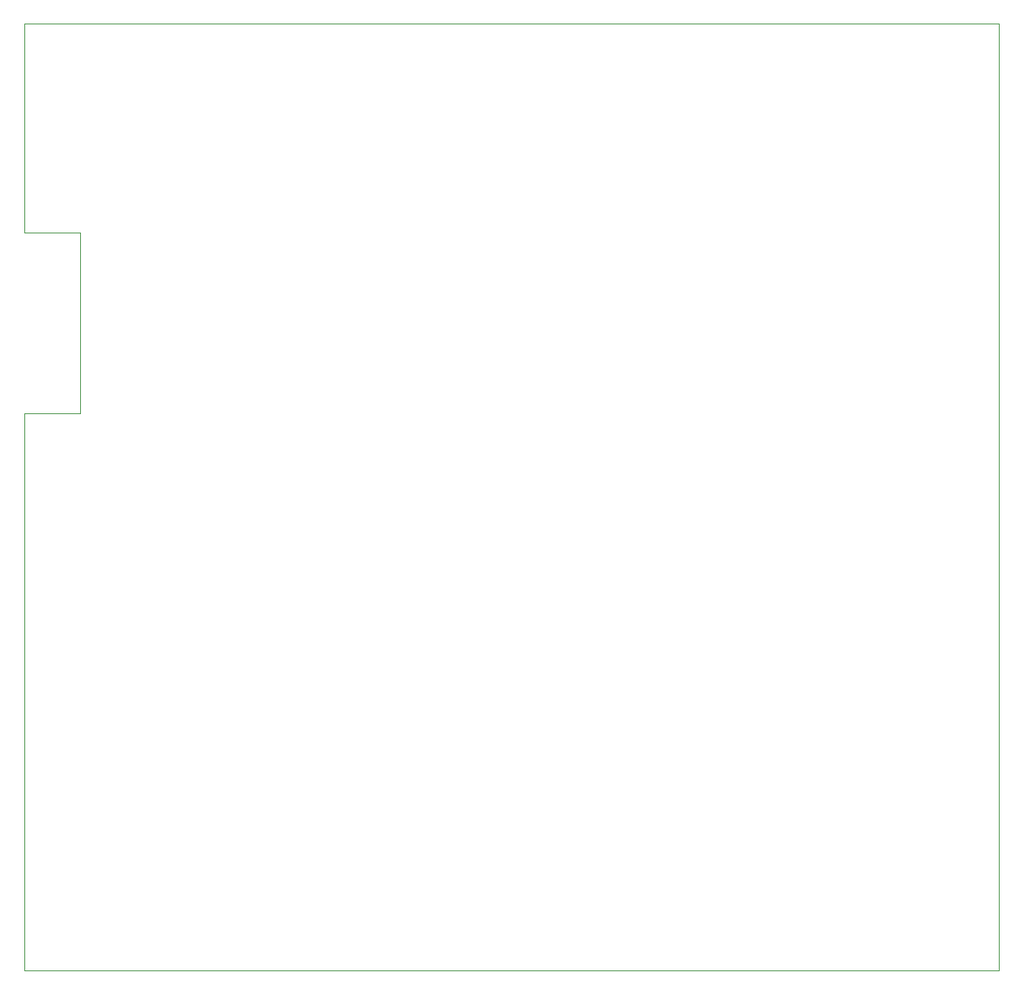
<source format=gbr>
%TF.GenerationSoftware,KiCad,Pcbnew,9.0.2-9.0.2-0~ubuntu24.04.1*%
%TF.CreationDate,2025-07-05T10:39:13-05:00*%
%TF.ProjectId,RECUV01,52454355-5630-4312-9e6b-696361645f70,rev?*%
%TF.SameCoordinates,Original*%
%TF.FileFunction,Profile,NP*%
%FSLAX46Y46*%
G04 Gerber Fmt 4.6, Leading zero omitted, Abs format (unit mm)*
G04 Created by KiCad (PCBNEW 9.0.2-9.0.2-0~ubuntu24.04.1) date 2025-07-05 10:39:13*
%MOMM*%
%LPD*%
G01*
G04 APERTURE LIST*
%TA.AperFunction,Profile*%
%ADD10C,0.050000*%
%TD*%
G04 APERTURE END LIST*
D10*
X174500000Y-137000000D02*
X69500000Y-137000000D01*
X69500000Y-77000000D01*
X75500000Y-77000000D01*
X75500000Y-57500000D01*
X69500000Y-57500000D01*
X69500000Y-35000000D01*
X174500000Y-35000000D01*
X174500000Y-137000000D01*
M02*

</source>
